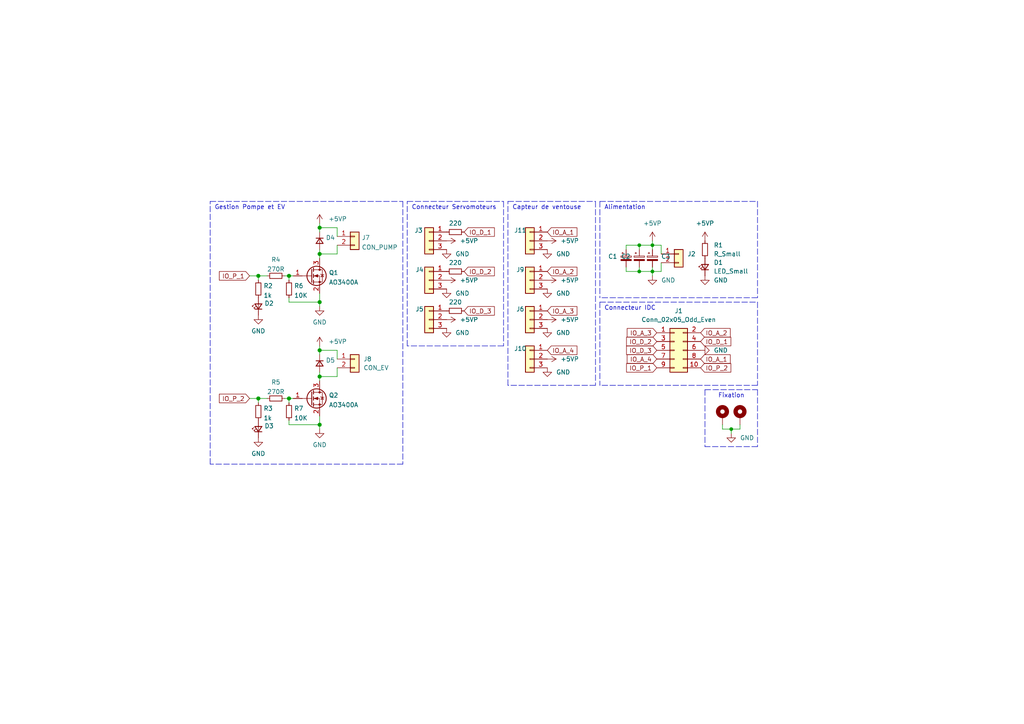
<source format=kicad_sch>
(kicad_sch (version 20211123) (generator eeschema)
  (paper "A4")
  (lib_symbols
    (symbol "Connector_Generic:Conn_01x02" (pin_names (offset 1.016) hide)
      (property "Reference" "J" (at 0 2.54 0))
      (property "Value" "Conn_01x02" (at 0 -5.08 0))
      (symbol "Conn_01x02_1_1"
        (rectangle (start -1.27 -2.413) (end 0 -2.667) (stroke (width 0.1524)))
        (rectangle (start -1.27 0.127) (end 0 -0.127) (stroke (width 0.1524)))
        (rectangle (start -1.27 1.27) (end 1.27 -3.81) (stroke (width 0.254)) (fill (type background)))
        (pin passive line (at -5.08 0 0) (length 3.81) (name "Pin_1") (number "1"))
        (pin passive line (at -5.08 -2.54 0) (length 3.81) (name "Pin_2") (number "2"))
      )
    )
    (symbol "Connector_Generic:Conn_01x03" (pin_names (offset 1.016) hide)
      (property "Reference" "J" (at 0 5.08 0))
      (property "Value" "Conn_01x03" (at 0 -5.08 0))
      (symbol "Conn_01x03_1_1"
        (rectangle (start -1.27 -2.413) (end 0 -2.667) (stroke (width 0.1524)))
        (rectangle (start -1.27 0.127) (end 0 -0.127) (stroke (width 0.1524)))
        (rectangle (start -1.27 2.667) (end 0 2.413) (stroke (width 0.1524)))
        (rectangle (start -1.27 3.81) (end 1.27 -3.81) (stroke (width 0.254)) (fill (type background)))
        (pin passive line (at -5.08 2.54 0) (length 3.81) (name "Pin_1") (number "1"))
        (pin passive line (at -5.08 0 0) (length 3.81) (name "Pin_2") (number "2"))
        (pin passive line (at -5.08 -2.54 0) (length 3.81) (name "Pin_3") (number "3"))
      )
    )
    (symbol "Connector_Generic:Conn_02x05_Odd_Even" (pin_names (offset 1.016) hide)
      (property "Reference" "J" (at 1.27 7.62 0))
      (property "Value" "Conn_02x05_Odd_Even" (at 1.27 -7.62 0))
      (symbol "Conn_02x05_Odd_Even_1_1"
        (rectangle (start -1.27 -4.953) (end 0 -5.207) (stroke (width 0.1524)))
        (rectangle (start -1.27 -2.413) (end 0 -2.667) (stroke (width 0.1524)))
        (rectangle (start -1.27 0.127) (end 0 -0.127) (stroke (width 0.1524)))
        (rectangle (start -1.27 2.667) (end 0 2.413) (stroke (width 0.1524)))
        (rectangle (start -1.27 5.207) (end 0 4.953) (stroke (width 0.1524)))
        (rectangle (start -1.27 6.35) (end 3.81 -6.35) (stroke (width 0.254)) (fill (type background)))
        (rectangle (start 3.81 -4.953) (end 2.54 -5.207) (stroke (width 0.1524)))
        (rectangle (start 3.81 -2.413) (end 2.54 -2.667) (stroke (width 0.1524)))
        (rectangle (start 3.81 0.127) (end 2.54 -0.127) (stroke (width 0.1524)))
        (rectangle (start 3.81 2.667) (end 2.54 2.413) (stroke (width 0.1524)))
        (rectangle (start 3.81 5.207) (end 2.54 4.953) (stroke (width 0.1524)))
        (pin passive line (at -5.08 5.08 0) (length 3.81) (name "Pin_1") (number "1"))
        (pin passive line (at 7.62 -5.08 180) (length 3.81) (name "Pin_10") (number "10"))
        (pin passive line (at 7.62 5.08 180) (length 3.81) (name "Pin_2") (number "2"))
        (pin passive line (at -5.08 2.54 0) (length 3.81) (name "Pin_3") (number "3"))
        (pin passive line (at 7.62 2.54 180) (length 3.81) (name "Pin_4") (number "4"))
        (pin passive line (at -5.08 0 0) (length 3.81) (name "Pin_5") (number "5"))
        (pin passive line (at 7.62 0 180) (length 3.81) (name "Pin_6") (number "6"))
        (pin passive line (at -5.08 -2.54 0) (length 3.81) (name "Pin_7") (number "7"))
        (pin passive line (at 7.62 -2.54 180) (length 3.81) (name "Pin_8") (number "8"))
        (pin passive line (at -5.08 -5.08 0) (length 3.81) (name "Pin_9") (number "9"))
      )
    )
    (symbol "Device:C_Polarized_Small" (pin_numbers hide) (pin_names (offset 0.254) hide)
      (property "Reference" "C" (at 0.254 1.778 0))
      (property "Value" "C_Polarized_Small" (at 0.254 -2.032 0))
      (symbol "C_Polarized_Small_0_1"
        (rectangle (start -1.524 -0.3048) (end 1.524 -0.6858) (fill (type outline)))
        (rectangle (start -1.524 0.6858) (end 1.524 0.3048))
        (polyline (pts (xy -1.27 1.524) (xy -0.762 1.524)))
        (polyline (pts (xy -1.016 1.27) (xy -1.016 1.778)))
      )
      (symbol "C_Polarized_Small_1_1"
        (pin passive line (at 0 2.54 270) (length 1.8542) (name "~") (number "1"))
        (pin passive line (at 0 -2.54 90) (length 1.8542) (name "~") (number "2"))
      )
    )
    (symbol "Device:D_Small" (pin_numbers hide) (pin_names (offset 0.254) hide)
      (property "Reference" "D" (at -1.27 2.032 0))
      (property "Value" "D_Small" (at -3.81 -2.032 0))
      (symbol "D_Small_0_1"
        (polyline (pts (xy -0.762 -1.016) (xy -0.762 1.016)) (stroke (width 0.254)))
        (polyline (pts (xy -0.762 0) (xy 0.762 0)))
        (polyline (pts (xy 0.762 -1.016) (xy -0.762 0) (xy 0.762 1.016) (xy 0.762 -1.016)) (stroke (width 0.254)))
      )
      (symbol "D_Small_1_1"
        (pin passive line (at -2.54 0 0) (length 1.778) (name "K") (number "1"))
        (pin passive line (at 2.54 0 180) (length 1.778) (name "A") (number "2"))
      )
    )
    (symbol "Device:LED_Small" (pin_numbers hide) (pin_names (offset 0.254) hide)
      (property "Reference" "D" (at -1.27 3.175 0))
      (property "Value" "LED_Small" (at -4.445 -2.54 0))
      (symbol "LED_Small_0_1"
        (polyline (pts (xy -0.762 -1.016) (xy -0.762 1.016)) (stroke (width 0.254)))
        (polyline (pts (xy 1.016 0) (xy -0.762 0)))
        (polyline (pts (xy 0.762 -1.016) (xy -0.762 0) (xy 0.762 1.016) (xy 0.762 -1.016)) (stroke (width 0.254)))
        (polyline (pts (xy 0 0.762) (xy -0.508 1.27) (xy -0.254 1.27) (xy -0.508 1.27) (xy -0.508 1.016)))
        (polyline (pts (xy 0.508 1.27) (xy 0 1.778) (xy 0.254 1.778) (xy 0 1.778) (xy 0 1.524)))
      )
      (symbol "LED_Small_1_1"
        (pin passive line (at -2.54 0 0) (length 1.778) (name "K") (number "1"))
        (pin passive line (at 2.54 0 180) (length 1.778) (name "A") (number "2"))
      )
    )
    (symbol "Device:R_Small" (pin_numbers hide) (pin_names (offset 0.254) hide)
      (property "Reference" "R" (at 0.762 0.508 0))
      (property "Value" "R_Small" (at 0.762 -1.016 0))
      (symbol "R_Small_0_1"
        (rectangle (start -0.762 1.778) (end 0.762 -1.778) (stroke (width 0.2032)))
      )
      (symbol "R_Small_1_1"
        (pin passive line (at 0 2.54 270) (length 0.762) (name "~") (number "1"))
        (pin passive line (at 0 -2.54 90) (length 0.762) (name "~") (number "2"))
      )
    )
    (symbol "Mechanical:MountingHole_Pad" (pin_numbers hide) (pin_names (offset 1.016) hide)
      (property "Reference" "H" (at 0 6.35 0))
      (property "Value" "MountingHole_Pad" (at 0 4.445 0))
      (symbol "MountingHole_Pad_0_1"
        (circle (center 0 1.27) (radius 1.27) (stroke (width 1.27)))
      )
      (symbol "MountingHole_Pad_1_1"
        (pin input line (at 0 -2.54 90) (length 2.54) (name "1") (number "1"))
      )
    )
    (symbol "Transistor_FET:AO3400A" (pin_names hide)
      (property "Reference" "Q" (at 5.08 1.905 0))
      (property "Value" "AO3400A" (at 5.08 0 0))
      (symbol "AO3400A_0_1"
        (polyline (pts (xy 0.254 0) (xy -2.54 0)))
        (polyline (pts (xy 0.254 1.905) (xy 0.254 -1.905)) (stroke (width 0.254)))
        (polyline (pts (xy 0.762 -1.27) (xy 0.762 -2.286)) (stroke (width 0.254)))
        (polyline (pts (xy 0.762 0.508) (xy 0.762 -0.508)) (stroke (width 0.254)))
        (polyline (pts (xy 0.762 2.286) (xy 0.762 1.27)) (stroke (width 0.254)))
        (polyline (pts (xy 2.54 2.54) (xy 2.54 1.778)))
        (polyline (pts (xy 2.54 -2.54) (xy 2.54 0) (xy 0.762 0)))
        (polyline (pts (xy 0.762 -1.778) (xy 3.302 -1.778) (xy 3.302 1.778) (xy 0.762 1.778)))
        (polyline (pts (xy 1.016 0) (xy 2.032 0.381) (xy 2.032 -0.381) (xy 1.016 0)) (fill (type outline)))
        (polyline (pts (xy 2.794 0.508) (xy 2.921 0.381) (xy 3.683 0.381) (xy 3.81 0.254)))
        (polyline (pts (xy 3.302 0.381) (xy 2.921 -0.254) (xy 3.683 -0.254) (xy 3.302 0.381)))
        (circle (center 1.651 0) (radius 2.794) (stroke (width 0.254)))
        (circle (center 2.54 -1.778) (radius 0.254) (fill (type outline)))
        (circle (center 2.54 1.778) (radius 0.254) (fill (type outline)))
      )
      (symbol "AO3400A_1_1"
        (pin input line (at -5.08 0 0) (length 2.54) (name "G") (number "1"))
        (pin passive line (at 2.54 -5.08 90) (length 2.54) (name "S") (number "2"))
        (pin passive line (at 2.54 5.08 270) (length 2.54) (name "D") (number "3"))
      )
    )
    (symbol "power:+5VP" (power) (pin_names (offset 0))
      (property "Value" "+5VP" (at 0 3.556 0))
      (symbol "+5VP_0_1"
        (polyline (pts (xy -0.762 1.27) (xy 0 2.54)))
        (polyline (pts (xy 0 0) (xy 0 2.54)))
        (polyline (pts (xy 0 2.54) (xy 0.762 1.27)))
      )
      (symbol "+5VP_1_1"
        (pin power_in line (at 0 0 90) (length 0) hide (name "+5VP") (number "1"))
      )
    )
    (symbol "power:GND" (power) (pin_names (offset 0))
      (property "Value" "GND" (at 0 -3.81 0))
      (symbol "GND_0_1"
        (polyline (pts (xy 0 0) (xy 0 -1.27) (xy 1.27 -1.27) (xy 0 -2.54) (xy -1.27 -1.27) (xy 0 -1.27)))
      )
      (symbol "GND_1_1"
        (pin power_in line (at 0 0 270) (length 0) hide (name "GND") (number "1"))
      )
    )
  )
  (junction (at 185.42 71.12))
  (junction (at 74.93 80.01) (diameter 1.016))
  (junction (at 92.71 123.19) (diameter 1.016))
  (junction (at 92.71 73.66) (diameter 1.016))
  (junction (at 212.09 124.46))
  (junction (at 92.71 66.04) (diameter 1.016))
  (junction (at 189.23 78.74))
  (junction (at 92.71 109.22) (diameter 1.016))
  (junction (at 92.71 87.63) (diameter 1.016))
  (junction (at 74.93 115.57) (diameter 1.016))
  (junction (at 92.71 101.6) (diameter 1.016))
  (junction (at 83.82 80.01) (diameter 1.016))
  (junction (at 185.42 78.74))
  (junction (at 189.23 71.12))
  (junction (at 83.82 115.57) (diameter 1.016))
  (polyline (pts (xy 60.96 134.62) (xy 60.96 58.42)))
  (wire (pts (xy 92.71 66.04) (xy 92.71 67.31)))
  (wire (pts (xy 92.71 87.63) (xy 92.71 88.9)))
  (wire (pts (xy 185.42 71.12) (xy 189.23 71.12)))
  (polyline (pts (xy 219.71 58.42) (xy 219.71 86.36)))
  (wire (pts (xy 82.55 115.57) (xy 83.82 115.57)))
  (wire (pts (xy 74.93 80.01) (xy 74.93 81.28)))
  (polyline (pts (xy 60.96 58.42) (xy 116.84 58.42)))
  (polyline (pts (xy 118.11 100.33) (xy 118.11 58.42)))
  (wire (pts (xy 92.71 64.77) (xy 92.71 66.04)))
  (wire (pts (xy 181.61 77.47) (xy 181.61 78.74)))
  (wire (pts (xy 97.79 104.14) (xy 97.79 101.6)))
  (wire (pts (xy 97.79 73.66) (xy 92.71 73.66)))
  (wire (pts (xy 83.82 115.57) (xy 83.82 116.84)))
  (polyline (pts (xy 173.99 58.42) (xy 173.99 86.36)))
  (wire (pts (xy 74.93 80.01) (xy 77.47 80.01)))
  (wire (pts (xy 83.82 80.01) (xy 85.09 80.01)))
  (wire (pts (xy 185.42 72.39) (xy 185.42 71.12)))
  (wire (pts (xy 74.93 115.57) (xy 74.93 116.84)))
  (wire (pts (xy 83.82 123.19) (xy 92.71 123.19)))
  (wire (pts (xy 191.77 78.74) (xy 189.23 78.74)))
  (polyline (pts (xy 172.72 111.76) (xy 147.32 111.76)))
  (wire (pts (xy 97.79 71.12) (xy 97.79 73.66)))
  (wire (pts (xy 72.39 115.57) (xy 74.93 115.57)))
  (wire (pts (xy 189.23 71.12) (xy 189.23 72.39)))
  (polyline (pts (xy 173.99 87.63) (xy 219.71 87.63)))
  (wire (pts (xy 92.71 100.33) (xy 92.71 101.6)))
  (polyline (pts (xy 219.71 87.63) (xy 219.71 111.76)))
  (wire (pts (xy 92.71 85.09) (xy 92.71 87.63)))
  (wire (pts (xy 97.79 109.22) (xy 92.71 109.22)))
  (wire (pts (xy 72.39 80.01) (xy 74.93 80.01)))
  (wire (pts (xy 212.09 124.46) (xy 214.63 124.46)))
  (polyline (pts (xy 219.71 86.36) (xy 173.99 86.36)))
  (wire (pts (xy 92.71 107.95) (xy 92.71 109.22)))
  (wire (pts (xy 185.42 78.74) (xy 189.23 78.74)))
  (wire (pts (xy 83.82 121.92) (xy 83.82 123.19)))
  (wire (pts (xy 209.55 124.46) (xy 212.09 124.46)))
  (wire (pts (xy 191.77 76.2) (xy 191.77 78.74)))
  (wire (pts (xy 189.23 78.74) (xy 189.23 80.01)))
  (wire (pts (xy 92.71 120.65) (xy 92.71 123.19)))
  (polyline (pts (xy 116.84 58.42) (xy 116.84 134.62)))
  (wire (pts (xy 181.61 78.74) (xy 185.42 78.74)))
  (polyline (pts (xy 146.05 100.33) (xy 118.11 100.33)))
  (wire (pts (xy 83.82 80.01) (xy 83.82 81.28)))
  (wire (pts (xy 189.23 77.47) (xy 189.23 78.74)))
  (wire (pts (xy 97.79 66.04) (xy 92.71 66.04)))
  (wire (pts (xy 181.61 71.12) (xy 185.42 71.12)))
  (polyline (pts (xy 204.47 113.03) (xy 219.71 113.03)))
  (wire (pts (xy 83.82 86.36) (xy 83.82 87.63)))
  (wire (pts (xy 214.63 124.46) (xy 214.63 123.19)))
  (wire (pts (xy 97.79 68.58) (xy 97.79 66.04)))
  (wire (pts (xy 212.09 124.46) (xy 212.09 125.73)))
  (polyline (pts (xy 219.71 129.54) (xy 204.47 129.54)))
  (wire (pts (xy 191.77 73.66) (xy 191.77 71.12)))
  (polyline (pts (xy 116.84 134.62) (xy 60.96 134.62)))
  (wire (pts (xy 181.61 72.39) (xy 181.61 71.12)))
  (wire (pts (xy 92.71 101.6) (xy 92.71 102.87)))
  (polyline (pts (xy 173.99 58.42) (xy 219.71 58.42)))
  (polyline (pts (xy 172.72 58.42) (xy 172.72 111.76)))
  (wire (pts (xy 97.79 106.68) (xy 97.79 109.22)))
  (polyline (pts (xy 204.47 113.03) (xy 204.47 129.54)))
  (wire (pts (xy 92.71 123.19) (xy 92.71 124.46)))
  (wire (pts (xy 82.55 80.01) (xy 83.82 80.01)))
  (polyline (pts (xy 147.32 111.76) (xy 147.32 58.42)))
  (wire (pts (xy 92.71 72.39) (xy 92.71 73.66)))
  (polyline (pts (xy 118.11 58.42) (xy 146.05 58.42)))
  (polyline (pts (xy 219.71 111.76) (xy 173.99 111.76)))
  (wire (pts (xy 189.23 69.85) (xy 189.23 71.12)))
  (polyline (pts (xy 173.99 87.63) (xy 173.99 111.76)))
  (wire (pts (xy 92.71 73.66) (xy 92.71 74.93)))
  (wire (pts (xy 83.82 87.63) (xy 92.71 87.63)))
  (wire (pts (xy 92.71 109.22) (xy 92.71 110.49)))
  (wire (pts (xy 74.93 115.57) (xy 77.47 115.57)))
  (wire (pts (xy 83.82 115.57) (xy 85.09 115.57)))
  (wire (pts (xy 97.79 101.6) (xy 92.71 101.6)))
  (wire (pts (xy 209.55 123.19) (xy 209.55 124.46)))
  (wire (pts (xy 189.23 71.12) (xy 191.77 71.12)))
  (polyline (pts (xy 147.32 58.42) (xy 172.72 58.42)))
  (polyline (pts (xy 146.05 58.42) (xy 146.05 100.33)))
  (wire (pts (xy 185.42 77.47) (xy 185.42 78.74)))
  (polyline (pts (xy 219.71 113.03) (xy 219.71 129.54)))
  (text "Gestion Pompe et EV" (at 62.23 60.96 0) (effects (font (size 1.27 1.27)) (justify left bottom)))
  (text "Alimentation" (at 175.26 60.96 0) (effects (font (size 1.27 1.27)) (justify left bottom)))
  (text "Fixation" (at 208.28 115.57 0) (effects (font (size 1.27 1.27)) (justify left bottom)))
  (text "Connecteur IDC" (at 175.26 90.17 0) (effects (font (size 1.27 1.27)) (justify left bottom)))
  (text "Connecteur Servomoteurs" (at 119.38 60.96 0) (effects (font (size 1.27 1.27)) (justify left bottom)))
  (text "Capteur de ventouse" (at 148.59 60.96 0) (effects (font (size 1.27 1.27)) (justify left bottom)))
  (global_label "IO_D_2" (shape input) (at 134.62 78.74 0) (property "Intersheet References" "${INTERSHEET_REFS}" (effects hide)))
  (global_label "IO_D_1" (shape input) (at 203.2 99.06 0) (property "Intersheet References" "${INTERSHEET_REFS}" (effects hide)))
  (global_label "IO_P_1" (shape input) (at 72.39 80.01 180) (property "Intersheet References" "${INTERSHEET_REFS}" (effects hide)))
  (global_label "IO_D_3" (shape input) (at 190.5 101.6 180) (property "Intersheet References" "${INTERSHEET_REFS}" (effects hide)))
  (global_label "IO_A_2" (shape input) (at 203.2 96.52 0) (property "Intersheet References" "${INTERSHEET_REFS}" (effects hide)))
  (global_label "IO_P_1" (shape input) (at 190.5 106.68 180) (property "Intersheet References" "${INTERSHEET_REFS}" (effects hide)))
  (global_label "IO_D_2" (shape input) (at 190.5 99.06 180) (property "Intersheet References" "${INTERSHEET_REFS}" (effects hide)))
  (global_label "IO_P_2" (shape input) (at 203.2 106.68 0) (property "Intersheet References" "${INTERSHEET_REFS}" (effects hide)))
  (global_label "IO_A_4" (shape input) (at 190.5 104.14 180) (property "Intersheet References" "${INTERSHEET_REFS}" (effects hide)))
  (global_label "IO_D_3" (shape input) (at 134.62 90.17 0) (property "Intersheet References" "${INTERSHEET_REFS}" (effects hide)))
  (global_label "IO_A_3" (shape input) (at 190.5 96.52 180) (property "Intersheet References" "${INTERSHEET_REFS}" (effects hide)))
  (global_label "IO_A_1" (shape input) (at 158.75 67.31 0) (property "Intersheet References" "${INTERSHEET_REFS}" (effects hide)))
  (global_label "IO_A_1" (shape input) (at 203.2 104.14 0) (property "Intersheet References" "${INTERSHEET_REFS}" (effects hide)))
  (global_label "IO_A_2" (shape input) (at 158.75 78.74 0) (property "Intersheet References" "${INTERSHEET_REFS}" (effects hide)))
  (global_label "IO_D_1" (shape input) (at 134.62 67.31 0) (property "Intersheet References" "${INTERSHEET_REFS}" (effects hide)))
  (global_label "IO_P_2" (shape input) (at 72.39 115.57 180) (property "Intersheet References" "${INTERSHEET_REFS}" (effects hide)))
  (global_label "IO_A_4" (shape input) (at 158.75 101.6 0) (property "Intersheet References" "${INTERSHEET_REFS}" (effects hide)))
  (global_label "IO_A_3" (shape input) (at 158.75 90.17 0) (property "Intersheet References" "${INTERSHEET_REFS}" (effects hide)))
  (symbol (lib_id "power:+5VP") (at 158.75 92.71 270) (unit 1)
    (property "Reference" "#PWR0110" (effects hide))
    (property "Value" "+5VP" (at 162.56 92.7099 90) (effects (justify left)))
  )
  (symbol (lib_id "Device:D_Small") (at 92.71 105.41 270) (unit 1)
    (property "Reference" "D5" (at 94.4881 104.5015 90) (effects (justify left)))
    (property "Value" "D_Small" (effects hide))
    (property "Footprint" "Diode_SMD:D_SMA_Handsoldering" (effects hide))
  )
  (symbol (lib_id "power:GND") (at 212.09 125.73 0) (unit 1)
    (property "Reference" "#PWR0106" (effects hide))
    (property "Value" "GND" (at 214.63 126.9999 0) (effects (justify left)))
  )
  (symbol (lib_id "Connector_Generic:Conn_01x03") (at 124.46 81.28 0) (mirror y) (unit 1)
    (property "Reference" "J4" (at 121.6974 78.2345 0))
    (property "Value" "Conn_01x03" (effects hide))
    (property "Footprint" "Footprints:PinHeader_3x01_P2.54mm_Horizontal" (effects hide))
  )
  (symbol (lib_id "Device:R_Small") (at 204.47 72.39 0) (unit 1)
    (property "Reference" "R1" (at 207.01 71.1199 0) (effects (justify left)))
    (property "Value" "R_Small" (at 207.01 73.6599 0) (effects (justify left)))
    (property "Footprint" "Resistor_SMD:R_1206_3216Metric_Pad1.30x1.75mm_HandSolder" (effects hide))
  )
  (symbol (lib_id "power:GND") (at 92.71 88.9 0) (unit 1)
    (property "Reference" "#PWR0116" (effects hide))
    (property "Value" "GND" (at 92.71 93.4626 0))
  )
  (symbol (lib_id "power:+5VP") (at 129.54 92.71 270) (unit 1)
    (property "Reference" "#PWR0107" (effects hide))
    (property "Value" "+5VP" (at 133.35 92.7099 90) (effects (justify left)))
  )
  (symbol (lib_id "Connector_Generic:Conn_01x02") (at 196.85 73.66 0) (unit 1)
    (property "Reference" "J2" (at 199.39 73.6599 0) (effects (justify left)))
    (property "Value" "Conn_01x02" (effects hide))
    (property "Footprint" "Connector_Molex:Molex_KK-396_A-41791-0002_1x02_P3.96mm_Vertical" (effects hide))
  )
  (symbol (lib_id "power:GND") (at 203.2 101.6 90) (unit 1)
    (property "Reference" "#PWR0102" (effects hide))
    (property "Value" "GND" (at 207.01 101.5999 90) (effects (justify right)))
  )
  (symbol (lib_id "Device:R_Small") (at 132.08 90.17 90) (unit 1)
    (property "Reference" "R10" (effects hide))
    (property "Value" "220" (at 132.08 87.63 90))
    (property "Footprint" "Resistor_SMD:R_1206_3216Metric_Pad1.30x1.75mm_HandSolder" (effects hide))
  )
  (symbol (lib_id "Device:R_Small") (at 80.01 80.01 90) (unit 1)
    (property "Reference" "R4" (at 80.01 75.3068 90))
    (property "Value" "270R" (at 80.01 78.0819 90))
    (property "Footprint" "Resistor_SMD:R_1206_3216Metric_Pad1.30x1.75mm_HandSolder" (effects hide))
  )
  (symbol (lib_id "Device:R_Small") (at 80.01 115.57 90) (unit 1)
    (property "Reference" "R5" (at 80.01 110.8668 90))
    (property "Value" "270R" (at 80.01 113.6419 90))
    (property "Footprint" "Resistor_SMD:R_1206_3216Metric_Pad1.30x1.75mm_HandSolder" (effects hide))
  )
  (symbol (lib_id "Device:R_Small") (at 83.82 119.38 0) (unit 1)
    (property "Reference" "R7" (at 85.3187 118.4715 0) (effects (justify left)))
    (property "Value" "10K" (at 85.3187 121.2466 0) (effects (justify left)))
    (property "Footprint" "Resistor_SMD:R_1206_3216Metric_Pad1.30x1.75mm_HandSolder" (effects hide))
  )
  (symbol (lib_id "power:+5VP") (at 92.71 64.77 0) (unit 1)
    (property "Reference" "#PWR0120" (effects hide))
    (property "Value" "+5VP" (at 95.25 63.4999 0) (effects (justify left)))
  )
  (symbol (lib_id "power:GND") (at 158.75 95.25 0) (unit 1)
    (property "Reference" "#PWR0109" (effects hide))
    (property "Value" "GND" (at 161.29 96.5199 0) (effects (justify left)))
  )
  (symbol (lib_id "Device:C_Polarized_Small") (at 181.61 74.93 0) (unit 1)
    (property "Reference" "C1" (at 179.07 74.3838 0) (effects (justify right)))
    (property "Value" "C_Polarized_Small" (effects hide))
    (property "Footprint" "Capacitor_THT:CP_Radial_D10.0mm_P5.00mm" (effects hide))
  )
  (symbol (lib_id "Connector_Generic:Conn_01x03") (at 124.46 92.71 0) (mirror y) (unit 1)
    (property "Reference" "J5" (at 121.6974 89.6645 0))
    (property "Value" "Conn_01x03" (effects hide))
    (property "Footprint" "Footprints:PinHeader_3x01_P2.54mm_Horizontal" (effects hide))
  )
  (symbol (lib_id "power:+5VP") (at 129.54 81.28 270) (unit 1)
    (property "Reference" "#PWR0114" (effects hide))
    (property "Value" "+5VP" (at 133.35 81.2799 90) (effects (justify left)))
  )
  (symbol (lib_id "power:+5VP") (at 158.75 81.28 270) (unit 1)
    (property "Reference" "#PWR0123" (effects hide))
    (property "Value" "+5VP" (at 162.56 81.2799 90) (effects (justify left)))
  )
  (symbol (lib_id "power:+5VP") (at 158.75 104.14 270) (unit 1)
    (property "Reference" "#PWR0117" (effects hide))
    (property "Value" "+5VP" (at 162.56 104.1399 90) (effects (justify left)))
  )
  (symbol (lib_id "Device:R_Small") (at 132.08 67.31 90) (unit 1)
    (property "Reference" "R8" (effects hide))
    (property "Value" "220" (at 132.08 64.77 90))
    (property "Footprint" "Resistor_SMD:R_1206_3216Metric_Pad1.30x1.75mm_HandSolder" (effects hide))
  )
  (symbol (lib_id "Mechanical:MountingHole_Pad") (at 214.63 120.65 0) (unit 1)
    (property "Reference" "H2" (effects hide))
    (property "Value" "MountingHole_Pad" (effects hide))
    (property "Footprint" "MountingHole:MountingHole_3.2mm_M3_Pad_Via" (effects hide))
  )
  (symbol (lib_id "Device:C_Polarized_Small") (at 189.23 74.93 0) (unit 1)
    (property "Reference" "C3" (at 191.77 74.3838 0) (effects (justify left)))
    (property "Value" "C_Polarized_Small" (effects hide))
    (property "Footprint" "Capacitor_THT:CP_Radial_D5.0mm_P2.00mm" (effects hide))
  )
  (symbol (lib_id "power:GND") (at 129.54 72.39 0) (unit 1)
    (property "Reference" "#PWR0111" (effects hide))
    (property "Value" "GND" (at 132.08 73.6599 0) (effects (justify left)))
  )
  (symbol (lib_id "power:+5VP") (at 204.47 69.85 0) (unit 1)
    (property "Reference" "#PWR0104" (effects hide))
    (property "Value" "+5VP" (at 204.47 64.77 0))
  )
  (symbol (lib_id "power:GND") (at 129.54 95.25 0) (unit 1)
    (property "Reference" "#PWR0108" (effects hide))
    (property "Value" "GND" (at 132.08 96.5199 0) (effects (justify left)))
  )
  (symbol (lib_id "Connector_Generic:Conn_01x03") (at 153.67 104.14 0) (mirror y) (unit 1)
    (property "Reference" "J10" (at 150.9074 101.0945 0))
    (property "Value" "Conn_01x03" (effects hide))
    (property "Footprint" "Footprints:PinHeader_3x01_P2.54mm_Horizontal" (effects hide))
  )
  (symbol (lib_id "Device:D_Small") (at 92.71 69.85 270) (unit 1)
    (property "Reference" "D4" (at 94.4881 68.9415 90) (effects (justify left)))
    (property "Value" "D_Small" (effects hide))
    (property "Footprint" "Diode_SMD:D_SMA_Handsoldering" (effects hide))
  )
  (symbol (lib_id "Transistor_FET:AO3400A") (at 90.17 80.01 0) (unit 1)
    (property "Reference" "Q1" (at 95.3771 79.1015 0) (effects (justify left)))
    (property "Value" "AO3400A" (at 95.3771 81.8766 0) (effects (justify left)))
    (property "Footprint" "Package_TO_SOT_SMD:SOT-23" (effects hide))
    (property "Datasheet" "http://www.aosmd.com/pdfs/datasheet/AO3400A.pdf" (effects hide))
  )
  (symbol (lib_id "Connector_Generic:Conn_01x03") (at 153.67 69.85 0) (mirror y) (unit 1)
    (property "Reference" "J11" (at 150.9074 66.8045 0))
    (property "Value" "Conn_01x03" (effects hide))
    (property "Footprint" "Footprints:PinHeader_3x01_P2.54mm_Horizontal" (effects hide))
  )
  (symbol (lib_id "power:GND") (at 129.54 83.82 0) (unit 1)
    (property "Reference" "#PWR0113" (effects hide))
    (property "Value" "GND" (at 132.08 85.09 0) (effects (justify left)))
  )
  (symbol (lib_id "power:GND") (at 189.23 80.01 0) (unit 1)
    (property "Reference" "#PWR0103" (effects hide))
    (property "Value" "GND" (at 191.77 81.2799 0) (effects (justify left)))
  )
  (symbol (lib_id "Device:C_Polarized_Small") (at 185.42 74.93 0) (unit 1)
    (property "Reference" "C2" (at 182.88 74.3838 0) (effects (justify right)))
    (property "Value" "C_Polarized_Small" (effects hide))
    (property "Footprint" "Capacitor_THT:CP_Radial_D8.0mm_P3.80mm" (effects hide))
  )
  (symbol (lib_id "Device:LED_Small") (at 74.93 88.9 90) (unit 1)
    (property "Reference" "D2" (at 76.7081 87.9915 90) (effects (justify right)))
    (property "Value" "LED_Small" (effects hide))
    (property "Footprint" "LED_SMD:LED_1206_3216Metric_Pad1.42x1.75mm_HandSolder" (effects hide))
  )
  (symbol (lib_id "power:GND") (at 158.75 72.39 0) (unit 1)
    (property "Reference" "#PWR0115" (effects hide))
    (property "Value" "GND" (at 161.29 73.6599 0) (effects (justify left)))
  )
  (symbol (lib_id "Connector_Generic:Conn_02x05_Odd_Even") (at 195.58 101.6 0) (unit 1)
    (property "Reference" "J1" (at 196.85 90.17 0))
    (property "Value" "Conn_02x05_Odd_Even" (at 196.85 92.71 0))
    (property "Footprint" "Connector_IDC:IDC-Header_2x05_P2.54mm_Vertical" (effects hide))
  )
  (symbol (lib_id "power:+5VP") (at 92.71 100.33 0) (unit 1)
    (property "Reference" "#PWR0125" (effects hide))
    (property "Value" "+5VP" (at 95.25 99.0599 0) (effects (justify left)))
  )
  (symbol (lib_id "Device:LED_Small") (at 204.47 77.47 90) (unit 1)
    (property "Reference" "D1" (at 207.01 76.1364 90) (effects (justify right)))
    (property "Value" "LED_Small" (at 207.01 78.6764 90) (effects (justify right)))
    (property "Footprint" "LED_SMD:LED_1206_3216Metric_Pad1.42x1.75mm_HandSolder" (effects hide))
  )
  (symbol (lib_id "Connector_Generic:Conn_01x02") (at 102.87 104.14 0) (unit 1)
    (property "Reference" "J8" (at 105.41 104.1399 0) (effects (justify left)))
    (property "Value" "CON_EV" (at 105.41 106.6799 0) (effects (justify left)))
    (property "Footprint" "Connector_Molex:Molex_KK-254_AE-6410-02A_1x02_P2.54mm_Vertical" (effects hide))
  )
  (symbol (lib_id "Device:R_Small") (at 83.82 83.82 0) (unit 1)
    (property "Reference" "R6" (at 85.3187 82.9115 0) (effects (justify left)))
    (property "Value" "10K" (at 85.3187 85.6866 0) (effects (justify left)))
    (property "Footprint" "Resistor_SMD:R_1206_3216Metric_Pad1.30x1.75mm_HandSolder" (effects hide))
  )
  (symbol (lib_id "power:GND") (at 92.71 124.46 0) (unit 1)
    (property "Reference" "#PWR0122" (effects hide))
    (property "Value" "GND" (at 92.71 129.0226 0))
  )
  (symbol (lib_id "Mechanical:MountingHole_Pad") (at 209.55 120.65 0) (unit 1)
    (property "Reference" "H1" (effects hide))
    (property "Value" "MountingHole_Pad" (effects hide))
    (property "Footprint" "MountingHole:MountingHole_3.2mm_M3_Pad_Via" (effects hide))
  )
  (symbol (lib_id "power:GND") (at 204.47 80.01 0) (unit 1)
    (property "Reference" "#PWR0105" (effects hide))
    (property "Value" "GND" (at 207.01 81.2799 0) (effects (justify left)))
  )
  (symbol (lib_id "Connector_Generic:Conn_01x02") (at 102.87 68.58 0) (unit 1)
    (property "Reference" "J7" (at 104.9021 68.9415 0) (effects (justify left)))
    (property "Value" "CON_PUMP" (at 104.9021 71.7166 0) (effects (justify left)))
    (property "Footprint" "Connector_Molex:Molex_KK-254_AE-6410-02A_1x02_P2.54mm_Vertical" (effects hide))
  )
  (symbol (lib_id "Connector_Generic:Conn_01x03") (at 124.46 69.85 0) (mirror y) (unit 1)
    (property "Reference" "J3" (at 121.4114 66.8277 0))
    (property "Value" "Conn_01x03" (effects hide))
    (property "Footprint" "Footprints:PinHeader_3x01_P2.54mm_Horizontal" (effects hide))
  )
  (symbol (lib_id "power:+5VP") (at 158.75 69.85 270) (unit 1)
    (property "Reference" "#PWR0119" (effects hide))
    (property "Value" "+5VP" (at 162.56 69.8499 90) (effects (justify left)))
  )
  (symbol (lib_id "power:GND") (at 158.75 83.82 0) (unit 1)
    (property "Reference" "#PWR0124" (effects hide))
    (property "Value" "GND" (at 161.29 85.0899 0) (effects (justify left)))
  )
  (symbol (lib_id "Connector_Generic:Conn_01x03") (at 153.67 81.28 0) (mirror y) (unit 1)
    (property "Reference" "J9" (at 150.9074 78.2345 0))
    (property "Value" "Conn_01x03" (effects hide))
    (property "Footprint" "Footprints:PinHeader_3x01_P2.54mm_Horizontal" (effects hide))
  )
  (symbol (lib_id "Device:R_Small") (at 74.93 83.82 0) (unit 1)
    (property "Reference" "R2" (at 76.4287 82.9115 0) (effects (justify left)))
    (property "Value" "1k" (at 76.4287 85.6866 0) (effects (justify left)))
    (property "Footprint" "Resistor_SMD:R_1206_3216Metric_Pad1.30x1.75mm_HandSolder" (effects hide))
  )
  (symbol (lib_id "power:GND") (at 158.75 106.68 0) (unit 1)
    (property "Reference" "#PWR0118" (effects hide))
    (property "Value" "GND" (at 161.29 107.9499 0) (effects (justify left)))
  )
  (symbol (lib_id "power:GND") (at 74.93 127 0) (unit 1)
    (property "Reference" "#PWR0121" (effects hide))
    (property "Value" "GND" (at 74.93 131.5626 0))
  )
  (symbol (lib_id "power:+5VP") (at 129.54 69.85 270) (unit 1)
    (property "Reference" "#PWR0112" (effects hide))
    (property "Value" "+5VP" (at 133.35 69.8499 90) (effects (justify left)))
  )
  (symbol (lib_id "Connector_Generic:Conn_01x03") (at 153.67 92.71 0) (mirror y) (unit 1)
    (property "Reference" "J6" (at 150.9074 89.6645 0))
    (property "Value" "Conn_01x03" (effects hide))
    (property "Footprint" "Footprints:PinHeader_3x01_P2.54mm_Horizontal" (effects hide))
  )
  (symbol (lib_id "power:+5VP") (at 189.23 69.85 0) (unit 1)
    (property "Reference" "#PWR0101" (effects hide))
    (property "Value" "+5VP" (at 189.23 64.77 0))
  )
  (symbol (lib_id "power:GND") (at 74.93 91.44 0) (unit 1)
    (property "Reference" "#PWR0126" (effects hide))
    (property "Value" "GND" (at 74.93 96.0026 0))
  )
  (symbol (lib_id "Device:R_Small") (at 74.93 119.38 0) (unit 1)
    (property "Reference" "R3" (at 76.4287 118.4715 0) (effects (justify left)))
    (property "Value" "1k" (at 76.4287 121.2466 0) (effects (justify left)))
    (property "Footprint" "Resistor_SMD:R_1206_3216Metric_Pad1.30x1.75mm_HandSolder" (effects hide))
  )
  (symbol (lib_id "Device:R_Small") (at 132.08 78.74 90) (unit 1)
    (property "Reference" "R9" (effects hide))
    (property "Value" "220" (at 132.08 76.2 90))
    (property "Footprint" "Resistor_SMD:R_1206_3216Metric_Pad1.30x1.75mm_HandSolder" (effects hide))
  )
  (symbol (lib_id "Device:LED_Small") (at 74.93 124.46 90) (unit 1)
    (property "Reference" "D3" (at 76.7081 123.5515 90) (effects (justify right)))
    (property "Value" "LED_Small" (effects hide))
    (property "Footprint" "LED_SMD:LED_1206_3216Metric_Pad1.42x1.75mm_HandSolder" (effects hide))
  )
  (symbol (lib_id "Transistor_FET:AO3400A") (at 90.17 115.57 0) (unit 1)
    (property "Reference" "Q2" (at 95.3771 114.6615 0) (effects (justify left)))
    (property "Value" "AO3400A" (at 95.3771 117.4366 0) (effects (justify left)))
    (property "Footprint" "Package_TO_SOT_SMD:SOT-23" (effects hide))
    (property "Datasheet" "http://www.aosmd.com/pdfs/datasheet/AO3400A.pdf" (effects hide))
  )
)
</source>
